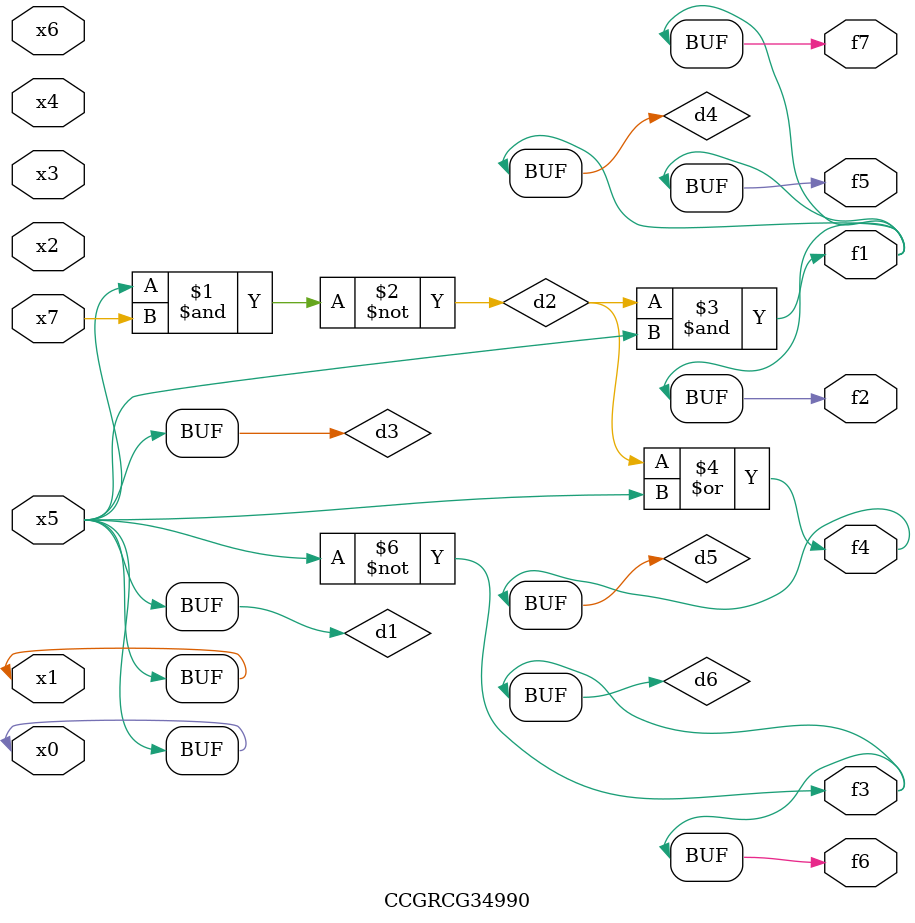
<source format=v>
module CCGRCG34990(
	input x0, x1, x2, x3, x4, x5, x6, x7,
	output f1, f2, f3, f4, f5, f6, f7
);

	wire d1, d2, d3, d4, d5, d6;

	buf (d1, x0, x5);
	nand (d2, x5, x7);
	buf (d3, x0, x1);
	and (d4, d2, d3);
	or (d5, d2, d3);
	nor (d6, d1, d3);
	assign f1 = d4;
	assign f2 = d4;
	assign f3 = d6;
	assign f4 = d5;
	assign f5 = d4;
	assign f6 = d6;
	assign f7 = d4;
endmodule

</source>
